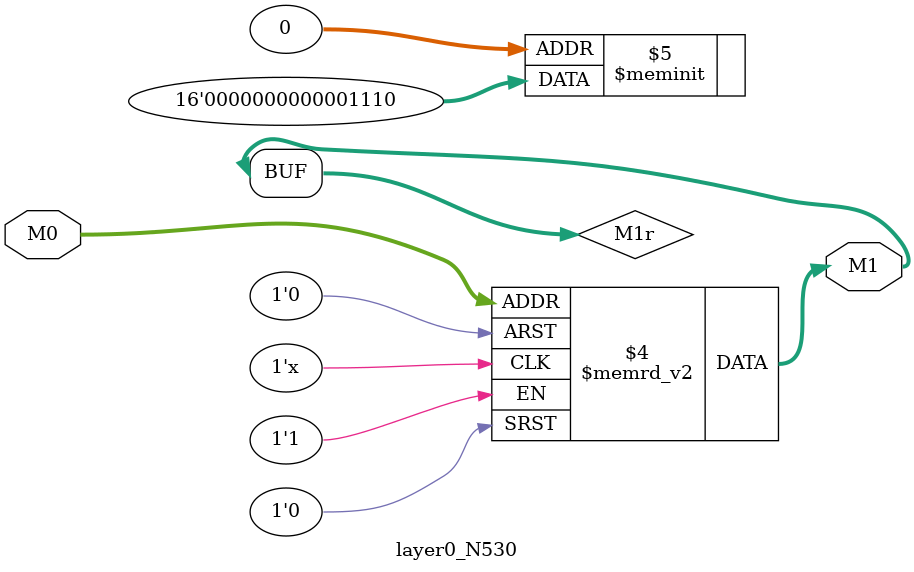
<source format=v>
module layer0_N530 ( input [2:0] M0, output [1:0] M1 );

	(*rom_style = "distributed" *) reg [1:0] M1r;
	assign M1 = M1r;
	always @ (M0) begin
		case (M0)
			3'b000: M1r = 2'b10;
			3'b100: M1r = 2'b00;
			3'b010: M1r = 2'b00;
			3'b110: M1r = 2'b00;
			3'b001: M1r = 2'b11;
			3'b101: M1r = 2'b00;
			3'b011: M1r = 2'b00;
			3'b111: M1r = 2'b00;

		endcase
	end
endmodule

</source>
